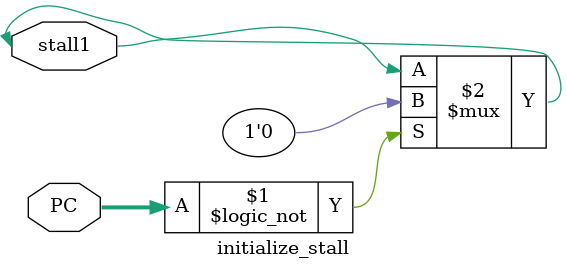
<source format=v>
module initialize_stall(input[31 : 0] PC, inout stall1);

    assign stall1 = (PC==32'b0)? (1'b0):(stall1);

endmodule
</source>
